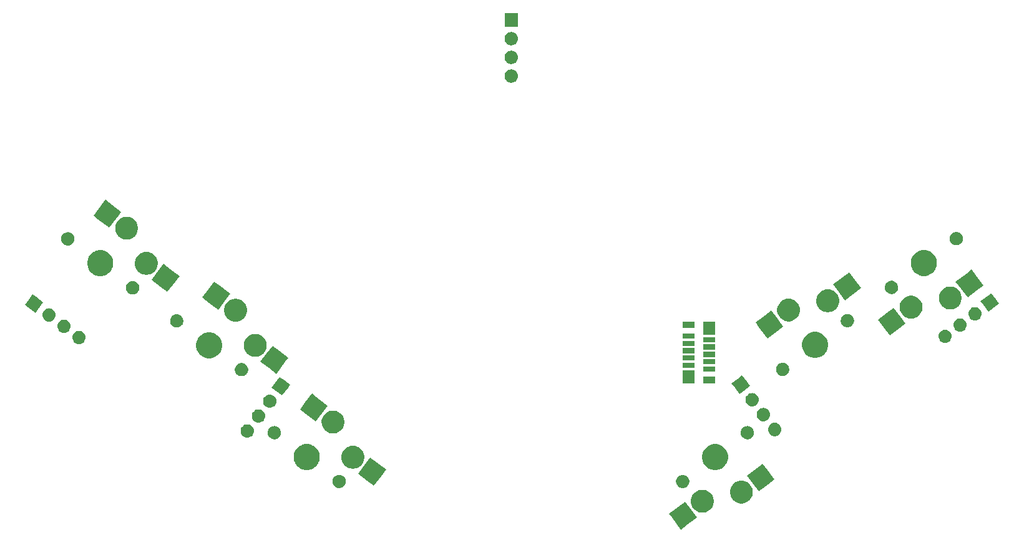
<source format=gbr>
G04 #@! TF.GenerationSoftware,KiCad,Pcbnew,(5.1.4)-1*
G04 #@! TF.CreationDate,2024-04-24T20:57:57-04:00*
G04 #@! TF.ProjectId,ThumbsUp,5468756d-6273-4557-902e-6b696361645f,rev?*
G04 #@! TF.SameCoordinates,Original*
G04 #@! TF.FileFunction,Soldermask,Bot*
G04 #@! TF.FilePolarity,Negative*
%FSLAX46Y46*%
G04 Gerber Fmt 4.6, Leading zero omitted, Abs format (unit mm)*
G04 Created by KiCad (PCBNEW (5.1.4)-1) date 2024-04-24 20:57:57*
%MOMM*%
%LPD*%
G04 APERTURE LIST*
%ADD10C,0.100000*%
G04 APERTURE END LIST*
D10*
G36*
X380212356Y-35558698D02*
G01*
X380990106Y-36590806D01*
X380990106Y-36590807D01*
X379759512Y-37518126D01*
X378832193Y-38216911D01*
X378832192Y-38216911D01*
X377606835Y-36590807D01*
X377206088Y-36058998D01*
X377206088Y-36058997D01*
X378436682Y-35131678D01*
X379364001Y-34432893D01*
X379364002Y-34432893D01*
X380212356Y-35558698D01*
X380212356Y-35558698D01*
G37*
G36*
X382016214Y-32832760D02*
G01*
X382166039Y-32862562D01*
X382448303Y-32979479D01*
X382702334Y-33149217D01*
X382918370Y-33365253D01*
X383088108Y-33619284D01*
X383205025Y-33901548D01*
X383264629Y-34201198D01*
X383264629Y-34506718D01*
X383205025Y-34806368D01*
X383088108Y-35088632D01*
X382918370Y-35342663D01*
X382702334Y-35558699D01*
X382448303Y-35728437D01*
X382166039Y-35845354D01*
X382016214Y-35875156D01*
X381866390Y-35904958D01*
X381560868Y-35904958D01*
X381411044Y-35875156D01*
X381261219Y-35845354D01*
X380978955Y-35728437D01*
X380724924Y-35558699D01*
X380508888Y-35342663D01*
X380339150Y-35088632D01*
X380222233Y-34806368D01*
X380162629Y-34506718D01*
X380162629Y-34201198D01*
X380222233Y-33901548D01*
X380339150Y-33619284D01*
X380508888Y-33365253D01*
X380724924Y-33149217D01*
X380978955Y-32979479D01*
X381261219Y-32862562D01*
X381411044Y-32832760D01*
X381560868Y-32802958D01*
X381866390Y-32802958D01*
X382016214Y-32832760D01*
X382016214Y-32832760D01*
G37*
G36*
X387333384Y-31580683D02*
G01*
X387483209Y-31610485D01*
X387765473Y-31727402D01*
X388019504Y-31897140D01*
X388235540Y-32113176D01*
X388405278Y-32367207D01*
X388522195Y-32649471D01*
X388581799Y-32949121D01*
X388581799Y-33254641D01*
X388522195Y-33554291D01*
X388405278Y-33836555D01*
X388235540Y-34090586D01*
X388019504Y-34306622D01*
X387765473Y-34476360D01*
X387483209Y-34593277D01*
X387333384Y-34623079D01*
X387183560Y-34652881D01*
X386878038Y-34652881D01*
X386728214Y-34623079D01*
X386578389Y-34593277D01*
X386296125Y-34476360D01*
X386042094Y-34306622D01*
X385826058Y-34090586D01*
X385656320Y-33836555D01*
X385539403Y-33554291D01*
X385479799Y-33254641D01*
X385479799Y-32949121D01*
X385539403Y-32649471D01*
X385656320Y-32367207D01*
X385826058Y-32113176D01*
X386042094Y-31897140D01*
X386296125Y-31727402D01*
X386578389Y-31610485D01*
X386728214Y-31580683D01*
X386878038Y-31550881D01*
X387183560Y-31550881D01*
X387333384Y-31580683D01*
X387333384Y-31580683D01*
G37*
G36*
X390572780Y-30115500D02*
G01*
X391538340Y-31396841D01*
X391538340Y-31396842D01*
X390622211Y-32087194D01*
X389380427Y-33022946D01*
X389380426Y-33022946D01*
X388271146Y-31550881D01*
X387754322Y-30865033D01*
X387754322Y-30865032D01*
X389474304Y-29568933D01*
X389912235Y-29238928D01*
X389912236Y-29238928D01*
X390572780Y-30115500D01*
X390572780Y-30115500D01*
G37*
G36*
X332618447Y-30775413D02*
G01*
X332705570Y-30792742D01*
X332814993Y-30838067D01*
X332869706Y-30860730D01*
X333016428Y-30958766D01*
X333017423Y-30959431D01*
X333143047Y-31085055D01*
X333143049Y-31085058D01*
X333241748Y-31232772D01*
X333241748Y-31232773D01*
X333309736Y-31396908D01*
X333344395Y-31571154D01*
X333344395Y-31748812D01*
X333309736Y-31923058D01*
X333264411Y-32032481D01*
X333241748Y-32087194D01*
X333148236Y-32227145D01*
X333143047Y-32234911D01*
X333017423Y-32360535D01*
X333017420Y-32360537D01*
X332869706Y-32459236D01*
X332814993Y-32481899D01*
X332705570Y-32527224D01*
X332618447Y-32544554D01*
X332531326Y-32561883D01*
X332353664Y-32561883D01*
X332266543Y-32544553D01*
X332179420Y-32527224D01*
X332069997Y-32481899D01*
X332015284Y-32459236D01*
X331867570Y-32360537D01*
X331867567Y-32360535D01*
X331741943Y-32234911D01*
X331736754Y-32227145D01*
X331643242Y-32087194D01*
X331620579Y-32032481D01*
X331575254Y-31923058D01*
X331540595Y-31748812D01*
X331540595Y-31571154D01*
X331575254Y-31396908D01*
X331643242Y-31232773D01*
X331643242Y-31232772D01*
X331741941Y-31085058D01*
X331741943Y-31085055D01*
X331867567Y-30959431D01*
X331868562Y-30958766D01*
X332015284Y-30860730D01*
X332069997Y-30838067D01*
X332179420Y-30792742D01*
X332266543Y-30775413D01*
X332353664Y-30758083D01*
X332531326Y-30758083D01*
X332618447Y-30775413D01*
X332618447Y-30775413D01*
G37*
G36*
X379233457Y-30775413D02*
G01*
X379320580Y-30792742D01*
X379430003Y-30838067D01*
X379484716Y-30860730D01*
X379631438Y-30958766D01*
X379632433Y-30959431D01*
X379758057Y-31085055D01*
X379758059Y-31085058D01*
X379856758Y-31232772D01*
X379856758Y-31232773D01*
X379924746Y-31396908D01*
X379959405Y-31571154D01*
X379959405Y-31748812D01*
X379924746Y-31923058D01*
X379879421Y-32032481D01*
X379856758Y-32087194D01*
X379763246Y-32227145D01*
X379758057Y-32234911D01*
X379632433Y-32360535D01*
X379632430Y-32360537D01*
X379484716Y-32459236D01*
X379430003Y-32481899D01*
X379320580Y-32527224D01*
X379233457Y-32544554D01*
X379146336Y-32561883D01*
X378968674Y-32561883D01*
X378881553Y-32544553D01*
X378794430Y-32527224D01*
X378685007Y-32481899D01*
X378630294Y-32459236D01*
X378482580Y-32360537D01*
X378482577Y-32360535D01*
X378356953Y-32234911D01*
X378351764Y-32227145D01*
X378258252Y-32087194D01*
X378235589Y-32032481D01*
X378190264Y-31923058D01*
X378155605Y-31748812D01*
X378155605Y-31571154D01*
X378190264Y-31396908D01*
X378258252Y-31232773D01*
X378258252Y-31232772D01*
X378356951Y-31085058D01*
X378356953Y-31085055D01*
X378482577Y-30959431D01*
X378483572Y-30958766D01*
X378630294Y-30860730D01*
X378685007Y-30838067D01*
X378794430Y-30792742D01*
X378881553Y-30775413D01*
X378968674Y-30758083D01*
X379146336Y-30758083D01*
X379233457Y-30775413D01*
X379233457Y-30775413D01*
G37*
G36*
X337576930Y-29141912D02*
G01*
X338807524Y-30069231D01*
X338807524Y-30069232D01*
X338136712Y-30959429D01*
X337181420Y-32227145D01*
X337181419Y-32227145D01*
X336254100Y-31528360D01*
X335023506Y-30601041D01*
X335023506Y-30601040D01*
X335871707Y-29475440D01*
X336649610Y-28443127D01*
X336649611Y-28443127D01*
X337576930Y-29141912D01*
X337576930Y-29141912D01*
G37*
G36*
X328564976Y-26652347D02*
G01*
X328886276Y-26785434D01*
X328886278Y-26785435D01*
X328927819Y-26813192D01*
X329175440Y-26978647D01*
X329421353Y-27224560D01*
X329614566Y-27513724D01*
X329747653Y-27835024D01*
X329815500Y-28176112D01*
X329815500Y-28523888D01*
X329747653Y-28864976D01*
X329650773Y-29098864D01*
X329614565Y-29186278D01*
X329421353Y-29475440D01*
X329175440Y-29721353D01*
X328886278Y-29914565D01*
X328886277Y-29914566D01*
X328886276Y-29914566D01*
X328564976Y-30047653D01*
X328223888Y-30115500D01*
X327876112Y-30115500D01*
X327535024Y-30047653D01*
X327213724Y-29914566D01*
X327213723Y-29914566D01*
X327213722Y-29914565D01*
X326924560Y-29721353D01*
X326678647Y-29475440D01*
X326485435Y-29186278D01*
X326449227Y-29098864D01*
X326352347Y-28864976D01*
X326284500Y-28523888D01*
X326284500Y-28176112D01*
X326352347Y-27835024D01*
X326485434Y-27513724D01*
X326678647Y-27224560D01*
X326924560Y-26978647D01*
X327172181Y-26813192D01*
X327213722Y-26785435D01*
X327213724Y-26785434D01*
X327535024Y-26652347D01*
X327876112Y-26584500D01*
X328223888Y-26584500D01*
X328564976Y-26652347D01*
X328564976Y-26652347D01*
G37*
G36*
X383964976Y-26652347D02*
G01*
X384286276Y-26785434D01*
X384286278Y-26785435D01*
X384327819Y-26813192D01*
X384575440Y-26978647D01*
X384821353Y-27224560D01*
X385014566Y-27513724D01*
X385147653Y-27835024D01*
X385215500Y-28176112D01*
X385215500Y-28523888D01*
X385147653Y-28864976D01*
X385050773Y-29098864D01*
X385014565Y-29186278D01*
X384821353Y-29475440D01*
X384575440Y-29721353D01*
X384286278Y-29914565D01*
X384286277Y-29914566D01*
X384286276Y-29914566D01*
X383964976Y-30047653D01*
X383623888Y-30115500D01*
X383276112Y-30115500D01*
X382935024Y-30047653D01*
X382613724Y-29914566D01*
X382613723Y-29914566D01*
X382613722Y-29914565D01*
X382324560Y-29721353D01*
X382078647Y-29475440D01*
X381885435Y-29186278D01*
X381849227Y-29098864D01*
X381752347Y-28864976D01*
X381684500Y-28523888D01*
X381684500Y-28176112D01*
X381752347Y-27835024D01*
X381885434Y-27513724D01*
X382078647Y-27224560D01*
X382324560Y-26978647D01*
X382572181Y-26813192D01*
X382613722Y-26785435D01*
X382613724Y-26785434D01*
X382935024Y-26652347D01*
X383276112Y-26584500D01*
X383623888Y-26584500D01*
X383964976Y-26652347D01*
X383964976Y-26652347D01*
G37*
G36*
X334602569Y-26842994D02*
G01*
X334752394Y-26872796D01*
X335034658Y-26989713D01*
X335288689Y-27159451D01*
X335504725Y-27375487D01*
X335674463Y-27629518D01*
X335791380Y-27911782D01*
X335791380Y-27911783D01*
X335850984Y-28211431D01*
X335850984Y-28516953D01*
X335821182Y-28666777D01*
X335791380Y-28816602D01*
X335674463Y-29098866D01*
X335504725Y-29352897D01*
X335288689Y-29568933D01*
X335034658Y-29738671D01*
X334752394Y-29855588D01*
X334602569Y-29885390D01*
X334452745Y-29915192D01*
X334147223Y-29915192D01*
X333997399Y-29885390D01*
X333847574Y-29855588D01*
X333565310Y-29738671D01*
X333311279Y-29568933D01*
X333095243Y-29352897D01*
X332925505Y-29098866D01*
X332808588Y-28816602D01*
X332778786Y-28666777D01*
X332748984Y-28516953D01*
X332748984Y-28211431D01*
X332808588Y-27911783D01*
X332808588Y-27911782D01*
X332925505Y-27629518D01*
X333095243Y-27375487D01*
X333311279Y-27159451D01*
X333565310Y-26989713D01*
X333847574Y-26872796D01*
X333997399Y-26842994D01*
X334147223Y-26813192D01*
X334452745Y-26813192D01*
X334602569Y-26842994D01*
X334602569Y-26842994D01*
G37*
G36*
X323833457Y-24155446D02*
G01*
X323920580Y-24172776D01*
X324030003Y-24218101D01*
X324084716Y-24240764D01*
X324186008Y-24308445D01*
X324232433Y-24339465D01*
X324358057Y-24465089D01*
X324358059Y-24465092D01*
X324456758Y-24612806D01*
X324479421Y-24667519D01*
X324524746Y-24776942D01*
X324559405Y-24951188D01*
X324559405Y-25128846D01*
X324524746Y-25303092D01*
X324479421Y-25412515D01*
X324456758Y-25467228D01*
X324358722Y-25613950D01*
X324358057Y-25614945D01*
X324232433Y-25740569D01*
X324232430Y-25740571D01*
X324084716Y-25839270D01*
X324030003Y-25861933D01*
X323920580Y-25907258D01*
X323833457Y-25924587D01*
X323746336Y-25941917D01*
X323568674Y-25941917D01*
X323481553Y-25924587D01*
X323394430Y-25907258D01*
X323285007Y-25861933D01*
X323230294Y-25839270D01*
X323082580Y-25740571D01*
X323082577Y-25740569D01*
X322956953Y-25614945D01*
X322956288Y-25613950D01*
X322858252Y-25467228D01*
X322835589Y-25412515D01*
X322790264Y-25303092D01*
X322755605Y-25128846D01*
X322755605Y-24951188D01*
X322790264Y-24776942D01*
X322835589Y-24667519D01*
X322858252Y-24612806D01*
X322956951Y-24465092D01*
X322956953Y-24465089D01*
X323082577Y-24339465D01*
X323129002Y-24308445D01*
X323230294Y-24240764D01*
X323285007Y-24218101D01*
X323394430Y-24172776D01*
X323481553Y-24155446D01*
X323568674Y-24138117D01*
X323746336Y-24138117D01*
X323833457Y-24155446D01*
X323833457Y-24155446D01*
G37*
G36*
X388018447Y-24155446D02*
G01*
X388105570Y-24172776D01*
X388214993Y-24218101D01*
X388269706Y-24240764D01*
X388370998Y-24308445D01*
X388417423Y-24339465D01*
X388543047Y-24465089D01*
X388543049Y-24465092D01*
X388641748Y-24612806D01*
X388664411Y-24667519D01*
X388709736Y-24776942D01*
X388744395Y-24951188D01*
X388744395Y-25128846D01*
X388709736Y-25303092D01*
X388664411Y-25412515D01*
X388641748Y-25467228D01*
X388543712Y-25613950D01*
X388543047Y-25614945D01*
X388417423Y-25740569D01*
X388417420Y-25740571D01*
X388269706Y-25839270D01*
X388214993Y-25861933D01*
X388105570Y-25907258D01*
X388018447Y-25924587D01*
X387931326Y-25941917D01*
X387753664Y-25941917D01*
X387666543Y-25924587D01*
X387579420Y-25907258D01*
X387469997Y-25861933D01*
X387415284Y-25839270D01*
X387267570Y-25740571D01*
X387267567Y-25740569D01*
X387141943Y-25614945D01*
X387141278Y-25613950D01*
X387043242Y-25467228D01*
X387020579Y-25412515D01*
X386975254Y-25303092D01*
X386940595Y-25128846D01*
X386940595Y-24951188D01*
X386975254Y-24776942D01*
X387020579Y-24667519D01*
X387043242Y-24612806D01*
X387141941Y-24465092D01*
X387141943Y-24465089D01*
X387267567Y-24339465D01*
X387313992Y-24308445D01*
X387415284Y-24240764D01*
X387469997Y-24218101D01*
X387579420Y-24172776D01*
X387666543Y-24155446D01*
X387753664Y-24138117D01*
X387931326Y-24138117D01*
X388018447Y-24155446D01*
X388018447Y-24155446D01*
G37*
G36*
X320094726Y-23916954D02*
G01*
X320160911Y-23923473D01*
X320330750Y-23974993D01*
X320487275Y-24058658D01*
X320523013Y-24087988D01*
X320624470Y-24171250D01*
X320702530Y-24266368D01*
X320737062Y-24308445D01*
X320820727Y-24464970D01*
X320872247Y-24634809D01*
X320889643Y-24811436D01*
X320872247Y-24988063D01*
X320820727Y-25157902D01*
X320737062Y-25314427D01*
X320707732Y-25350165D01*
X320624470Y-25451622D01*
X320548663Y-25513834D01*
X320487275Y-25564214D01*
X320330750Y-25647879D01*
X320160911Y-25699399D01*
X320094727Y-25705917D01*
X320028544Y-25712436D01*
X319940024Y-25712436D01*
X319873842Y-25705918D01*
X319807657Y-25699399D01*
X319637818Y-25647879D01*
X319481293Y-25564214D01*
X319419905Y-25513834D01*
X319344098Y-25451622D01*
X319260836Y-25350165D01*
X319231506Y-25314427D01*
X319147841Y-25157902D01*
X319096321Y-24988063D01*
X319078925Y-24811436D01*
X319096321Y-24634809D01*
X319147841Y-24464970D01*
X319231506Y-24308445D01*
X319266038Y-24266368D01*
X319344098Y-24171250D01*
X319445555Y-24087988D01*
X319481293Y-24058658D01*
X319637818Y-23974993D01*
X319807657Y-23923473D01*
X319873841Y-23916955D01*
X319940024Y-23910436D01*
X320028544Y-23910436D01*
X320094726Y-23916954D01*
X320094726Y-23916954D01*
G37*
G36*
X391654085Y-23718352D02*
G01*
X391720270Y-23724871D01*
X391890109Y-23776391D01*
X392046634Y-23860056D01*
X392082372Y-23889386D01*
X392183829Y-23972648D01*
X392267091Y-24074105D01*
X392296421Y-24109843D01*
X392380086Y-24266368D01*
X392431606Y-24436207D01*
X392449002Y-24612834D01*
X392431606Y-24789461D01*
X392380086Y-24959300D01*
X392296421Y-25115825D01*
X392285733Y-25128848D01*
X392183829Y-25253020D01*
X392109003Y-25314427D01*
X392046634Y-25365612D01*
X391890109Y-25449277D01*
X391720270Y-25500797D01*
X391654086Y-25507315D01*
X391587903Y-25513834D01*
X391499383Y-25513834D01*
X391433200Y-25507315D01*
X391367016Y-25500797D01*
X391197177Y-25449277D01*
X391040652Y-25365612D01*
X390978283Y-25314427D01*
X390903457Y-25253020D01*
X390801553Y-25128848D01*
X390790865Y-25115825D01*
X390707200Y-24959300D01*
X390655680Y-24789461D01*
X390638284Y-24612834D01*
X390655680Y-24436207D01*
X390707200Y-24266368D01*
X390790865Y-24109843D01*
X390820195Y-24074105D01*
X390903457Y-23972648D01*
X391004914Y-23889386D01*
X391040652Y-23860056D01*
X391197177Y-23776391D01*
X391367016Y-23724871D01*
X391433201Y-23718352D01*
X391499383Y-23711834D01*
X391587903Y-23711834D01*
X391654085Y-23718352D01*
X391654085Y-23718352D01*
G37*
G36*
X331933384Y-22076921D02*
G01*
X332083209Y-22106723D01*
X332365473Y-22223640D01*
X332619504Y-22393378D01*
X332835540Y-22609414D01*
X333005278Y-22863445D01*
X333122195Y-23145709D01*
X333122195Y-23145710D01*
X333181799Y-23445358D01*
X333181799Y-23750880D01*
X333176724Y-23776392D01*
X333122195Y-24050529D01*
X333005278Y-24332793D01*
X332835540Y-24586824D01*
X332619504Y-24802860D01*
X332365473Y-24972598D01*
X332083209Y-25089515D01*
X331950939Y-25115825D01*
X331783560Y-25149119D01*
X331478038Y-25149119D01*
X331310659Y-25115825D01*
X331178389Y-25089515D01*
X330896125Y-24972598D01*
X330642094Y-24802860D01*
X330426058Y-24586824D01*
X330256320Y-24332793D01*
X330139403Y-24050529D01*
X330084874Y-23776392D01*
X330079799Y-23750880D01*
X330079799Y-23445358D01*
X330139403Y-23145710D01*
X330139403Y-23145709D01*
X330256320Y-22863445D01*
X330426058Y-22609414D01*
X330642094Y-22393378D01*
X330896125Y-22223640D01*
X331178389Y-22106723D01*
X331328214Y-22076921D01*
X331478038Y-22047119D01*
X331783560Y-22047119D01*
X331933384Y-22076921D01*
X331933384Y-22076921D01*
G37*
G36*
X321623337Y-21888420D02*
G01*
X321689521Y-21894938D01*
X321859360Y-21946458D01*
X322015885Y-22030123D01*
X322051623Y-22059453D01*
X322153080Y-22142715D01*
X322231140Y-22237833D01*
X322265672Y-22279910D01*
X322349337Y-22436435D01*
X322400857Y-22606274D01*
X322418253Y-22782901D01*
X322400857Y-22959528D01*
X322349337Y-23129367D01*
X322265672Y-23285892D01*
X322236342Y-23321630D01*
X322153080Y-23423087D01*
X322077273Y-23485299D01*
X322015885Y-23535679D01*
X321859360Y-23619344D01*
X321689521Y-23670864D01*
X321623337Y-23677382D01*
X321557154Y-23683901D01*
X321468634Y-23683901D01*
X321402452Y-23677383D01*
X321336267Y-23670864D01*
X321166428Y-23619344D01*
X321009903Y-23535679D01*
X320948515Y-23485299D01*
X320872708Y-23423087D01*
X320789446Y-23321630D01*
X320760116Y-23285892D01*
X320676451Y-23129367D01*
X320624931Y-22959528D01*
X320607535Y-22782901D01*
X320624931Y-22606274D01*
X320676451Y-22436435D01*
X320760116Y-22279910D01*
X320794648Y-22237833D01*
X320872708Y-22142715D01*
X320974165Y-22059453D01*
X321009903Y-22030123D01*
X321166428Y-21946458D01*
X321336267Y-21894938D01*
X321402451Y-21888420D01*
X321468634Y-21881901D01*
X321557154Y-21881901D01*
X321623337Y-21888420D01*
X321623337Y-21888420D01*
G37*
G36*
X329378559Y-20209299D02*
G01*
X330907277Y-21361270D01*
X330907277Y-21361271D01*
X330390453Y-22047119D01*
X329281173Y-23519184D01*
X329281172Y-23519184D01*
X328274930Y-22760926D01*
X327123259Y-21893080D01*
X327123259Y-21893079D01*
X327869917Y-20902231D01*
X328749363Y-19735166D01*
X328749364Y-19735166D01*
X329378559Y-20209299D01*
X329378559Y-20209299D01*
G37*
G36*
X390125476Y-21689818D02*
G01*
X390191660Y-21696336D01*
X390361499Y-21747856D01*
X390518024Y-21831521D01*
X390553762Y-21860851D01*
X390655219Y-21944113D01*
X390738481Y-22045570D01*
X390767811Y-22081308D01*
X390851476Y-22237833D01*
X390902996Y-22407672D01*
X390920392Y-22584299D01*
X390902996Y-22760926D01*
X390851476Y-22930765D01*
X390767811Y-23087290D01*
X390738481Y-23123028D01*
X390655219Y-23224485D01*
X390580393Y-23285892D01*
X390518024Y-23337077D01*
X390361499Y-23420742D01*
X390191660Y-23472262D01*
X390125476Y-23478780D01*
X390059293Y-23485299D01*
X389970773Y-23485299D01*
X389904590Y-23478780D01*
X389838406Y-23472262D01*
X389668567Y-23420742D01*
X389512042Y-23337077D01*
X389449673Y-23285892D01*
X389374847Y-23224485D01*
X389291585Y-23123028D01*
X389262255Y-23087290D01*
X389178590Y-22930765D01*
X389127070Y-22760926D01*
X389109674Y-22584299D01*
X389127070Y-22407672D01*
X389178590Y-22237833D01*
X389262255Y-22081308D01*
X389291585Y-22045570D01*
X389374847Y-21944113D01*
X389476304Y-21860851D01*
X389512042Y-21831521D01*
X389668567Y-21747856D01*
X389838406Y-21696336D01*
X389904590Y-21689818D01*
X389970773Y-21683299D01*
X390059293Y-21683299D01*
X390125476Y-21689818D01*
X390125476Y-21689818D01*
G37*
G36*
X323151946Y-19859885D02*
G01*
X323218131Y-19866404D01*
X323387970Y-19917924D01*
X323544495Y-20001589D01*
X323580233Y-20030919D01*
X323681690Y-20114181D01*
X323759750Y-20209299D01*
X323794282Y-20251376D01*
X323877947Y-20407901D01*
X323929467Y-20577740D01*
X323946863Y-20754367D01*
X323929467Y-20930994D01*
X323877947Y-21100833D01*
X323794282Y-21257358D01*
X323764952Y-21293096D01*
X323681690Y-21394553D01*
X323605883Y-21456765D01*
X323544495Y-21507145D01*
X323387970Y-21590810D01*
X323218131Y-21642330D01*
X323151947Y-21648848D01*
X323085764Y-21655367D01*
X322997244Y-21655367D01*
X322931061Y-21648848D01*
X322864877Y-21642330D01*
X322695038Y-21590810D01*
X322538513Y-21507145D01*
X322477125Y-21456765D01*
X322401318Y-21394553D01*
X322318056Y-21293096D01*
X322288726Y-21257358D01*
X322205061Y-21100833D01*
X322153541Y-20930994D01*
X322136145Y-20754367D01*
X322153541Y-20577740D01*
X322205061Y-20407901D01*
X322288726Y-20251376D01*
X322323258Y-20209299D01*
X322401318Y-20114181D01*
X322502775Y-20030919D01*
X322538513Y-20001589D01*
X322695038Y-19917924D01*
X322864877Y-19866404D01*
X322931061Y-19859886D01*
X322997244Y-19853367D01*
X323085764Y-19853367D01*
X323151946Y-19859885D01*
X323151946Y-19859885D01*
G37*
G36*
X388596865Y-19661283D02*
G01*
X388663050Y-19667802D01*
X388832889Y-19719322D01*
X388989414Y-19802987D01*
X389025152Y-19832317D01*
X389126609Y-19915579D01*
X389209871Y-20017036D01*
X389239201Y-20052774D01*
X389322866Y-20209299D01*
X389374386Y-20379138D01*
X389391782Y-20555765D01*
X389374386Y-20732392D01*
X389322866Y-20902231D01*
X389239201Y-21058756D01*
X389209871Y-21094494D01*
X389126609Y-21195951D01*
X389051783Y-21257358D01*
X388989414Y-21308543D01*
X388989412Y-21308544D01*
X388890770Y-21361270D01*
X388832889Y-21392208D01*
X388663050Y-21443728D01*
X388596865Y-21450247D01*
X388530683Y-21456765D01*
X388442163Y-21456765D01*
X388375981Y-21450247D01*
X388309796Y-21443728D01*
X388139957Y-21392208D01*
X388082077Y-21361270D01*
X387983434Y-21308544D01*
X387983432Y-21308543D01*
X387921063Y-21257358D01*
X387846237Y-21195951D01*
X387762975Y-21094494D01*
X387733645Y-21058756D01*
X387649980Y-20902231D01*
X387598460Y-20732392D01*
X387581064Y-20555765D01*
X387598460Y-20379138D01*
X387649980Y-20209299D01*
X387733645Y-20052774D01*
X387762975Y-20017036D01*
X387846237Y-19915579D01*
X387947694Y-19832317D01*
X387983432Y-19802987D01*
X388139957Y-19719322D01*
X388309796Y-19667802D01*
X388375980Y-19661284D01*
X388442163Y-19654765D01*
X388530683Y-19654765D01*
X388596865Y-19661283D01*
X388596865Y-19661283D01*
G37*
G36*
X325011220Y-17930056D02*
G01*
X325831920Y-18548497D01*
X325831920Y-18548498D01*
X325564657Y-18903168D01*
X324747450Y-19987639D01*
X324747449Y-19987639D01*
X324129008Y-19521610D01*
X323308308Y-18903169D01*
X323308308Y-18903168D01*
X323774337Y-18284727D01*
X324392778Y-17464027D01*
X324392779Y-17464027D01*
X325011220Y-17930056D01*
X325011220Y-17930056D01*
G37*
G36*
X387753590Y-18086125D02*
G01*
X388219619Y-18704566D01*
X388219619Y-18704567D01*
X387398919Y-19323008D01*
X386780478Y-19789037D01*
X386780477Y-19789037D01*
X385963270Y-18704566D01*
X385696007Y-18349896D01*
X385696007Y-18349895D01*
X386516707Y-17731454D01*
X387135148Y-17265425D01*
X387135149Y-17265425D01*
X387753590Y-18086125D01*
X387753590Y-18086125D01*
G37*
G36*
X383451000Y-18351000D02*
G01*
X381849000Y-18351000D01*
X381849000Y-17449000D01*
X383451000Y-17449000D01*
X383451000Y-18351000D01*
X383451000Y-18351000D01*
G37*
G36*
X380651000Y-18351000D02*
G01*
X379049000Y-18351000D01*
X379049000Y-16549000D01*
X380651000Y-16549000D01*
X380651000Y-18351000D01*
X380651000Y-18351000D01*
G37*
G36*
X319375711Y-15586652D02*
G01*
X319462834Y-15603982D01*
X319548264Y-15639369D01*
X319626970Y-15671970D01*
X319725893Y-15738068D01*
X319774687Y-15770671D01*
X319900311Y-15896295D01*
X319900313Y-15896298D01*
X319999012Y-16044012D01*
X319999012Y-16044013D01*
X320067000Y-16208148D01*
X320084329Y-16295271D01*
X320095175Y-16349793D01*
X320101659Y-16382394D01*
X320101659Y-16560052D01*
X320067000Y-16734298D01*
X320021675Y-16843721D01*
X319999012Y-16898434D01*
X319922096Y-17013547D01*
X319900311Y-17046151D01*
X319774687Y-17171775D01*
X319774684Y-17171777D01*
X319626970Y-17270476D01*
X319572257Y-17293139D01*
X319462834Y-17338464D01*
X319375711Y-17355793D01*
X319288590Y-17373123D01*
X319110928Y-17373123D01*
X319023807Y-17355793D01*
X318936684Y-17338464D01*
X318827261Y-17293139D01*
X318772548Y-17270476D01*
X318624834Y-17171777D01*
X318624831Y-17171775D01*
X318499207Y-17046151D01*
X318477422Y-17013547D01*
X318400506Y-16898434D01*
X318377843Y-16843721D01*
X318332518Y-16734298D01*
X318297859Y-16560052D01*
X318297859Y-16382394D01*
X318304344Y-16349793D01*
X318315189Y-16295271D01*
X318332518Y-16208148D01*
X318400506Y-16044013D01*
X318400506Y-16044012D01*
X318499205Y-15896298D01*
X318499207Y-15896295D01*
X318624831Y-15770671D01*
X318673625Y-15738068D01*
X318772548Y-15671970D01*
X318851254Y-15639369D01*
X318936684Y-15603982D01*
X319023807Y-15586652D01*
X319110928Y-15569323D01*
X319288590Y-15569323D01*
X319375711Y-15586652D01*
X319375711Y-15586652D01*
G37*
G36*
X392773092Y-15549000D02*
G01*
X392885611Y-15571381D01*
X392995034Y-15616706D01*
X393049747Y-15639369D01*
X393196469Y-15737405D01*
X393197464Y-15738070D01*
X393323088Y-15863694D01*
X393323090Y-15863697D01*
X393421789Y-16011411D01*
X393421789Y-16011412D01*
X393489777Y-16175547D01*
X393496262Y-16208150D01*
X393524436Y-16349791D01*
X393524436Y-16527453D01*
X393517951Y-16560054D01*
X393489777Y-16701697D01*
X393444452Y-16811120D01*
X393421789Y-16865833D01*
X393323753Y-17012555D01*
X393323088Y-17013550D01*
X393197464Y-17139174D01*
X393197461Y-17139176D01*
X393049747Y-17237875D01*
X393018060Y-17251000D01*
X392885611Y-17305863D01*
X392798488Y-17323193D01*
X392711367Y-17340522D01*
X392533705Y-17340522D01*
X392446584Y-17323193D01*
X392359461Y-17305863D01*
X392227012Y-17251000D01*
X392195325Y-17237875D01*
X392047611Y-17139176D01*
X392047608Y-17139174D01*
X391921984Y-17013550D01*
X391921319Y-17012555D01*
X391823283Y-16865833D01*
X391800620Y-16811120D01*
X391755295Y-16701697D01*
X391727121Y-16560054D01*
X391720636Y-16527453D01*
X391720636Y-16349791D01*
X391748810Y-16208150D01*
X391755295Y-16175547D01*
X391823283Y-16011412D01*
X391823283Y-16011411D01*
X391921982Y-15863697D01*
X391921984Y-15863694D01*
X392047608Y-15738070D01*
X392048603Y-15737405D01*
X392195325Y-15639369D01*
X392250038Y-15616706D01*
X392359461Y-15571381D01*
X392471980Y-15549000D01*
X392533705Y-15536722D01*
X392711367Y-15536722D01*
X392773092Y-15549000D01*
X392773092Y-15549000D01*
G37*
G36*
X324334194Y-13953152D02*
G01*
X325564788Y-14880471D01*
X325564788Y-14880472D01*
X325164041Y-15412281D01*
X323938684Y-17038385D01*
X323938683Y-17038385D01*
X322893788Y-16251000D01*
X321780770Y-15412281D01*
X321780770Y-15412280D01*
X322628971Y-14286680D01*
X323406874Y-13254367D01*
X323406875Y-13254367D01*
X324334194Y-13953152D01*
X324334194Y-13953152D01*
G37*
G36*
X383451000Y-16751000D02*
G01*
X381849000Y-16751000D01*
X381849000Y-16049000D01*
X383451000Y-16049000D01*
X383451000Y-16751000D01*
X383451000Y-16751000D01*
G37*
G36*
X380651000Y-16251000D02*
G01*
X379049000Y-16251000D01*
X379049000Y-15549000D01*
X380651000Y-15549000D01*
X380651000Y-16251000D01*
X380651000Y-16251000D01*
G37*
G36*
X383451000Y-15751000D02*
G01*
X381849000Y-15751000D01*
X381849000Y-15049000D01*
X383451000Y-15049000D01*
X383451000Y-15751000D01*
X383451000Y-15751000D01*
G37*
G36*
X380651000Y-15251000D02*
G01*
X379049000Y-15251000D01*
X379049000Y-14549000D01*
X380651000Y-14549000D01*
X380651000Y-15251000D01*
X380651000Y-15251000D01*
G37*
G36*
X315322240Y-11463587D02*
G01*
X315643540Y-11596674D01*
X315643542Y-11596675D01*
X315932704Y-11789887D01*
X316178617Y-12035800D01*
X316351391Y-12294374D01*
X316371830Y-12324964D01*
X316504917Y-12646264D01*
X316572764Y-12987352D01*
X316572764Y-13335128D01*
X316504917Y-13676216D01*
X316473940Y-13751000D01*
X316371829Y-13997518D01*
X316178617Y-14286680D01*
X315932704Y-14532593D01*
X315643542Y-14725805D01*
X315643541Y-14725806D01*
X315643540Y-14725806D01*
X315322240Y-14858893D01*
X314981152Y-14926740D01*
X314633376Y-14926740D01*
X314292288Y-14858893D01*
X313970988Y-14725806D01*
X313970987Y-14725806D01*
X313970986Y-14725805D01*
X313681824Y-14532593D01*
X313435911Y-14286680D01*
X313242699Y-13997518D01*
X313140588Y-13751000D01*
X313109611Y-13676216D01*
X313041764Y-13335128D01*
X313041764Y-12987352D01*
X313109611Y-12646264D01*
X313242698Y-12324964D01*
X313263138Y-12294374D01*
X313435911Y-12035800D01*
X313681824Y-11789887D01*
X313970986Y-11596675D01*
X313970988Y-11596674D01*
X314292288Y-11463587D01*
X314633376Y-11395740D01*
X314981152Y-11395740D01*
X315322240Y-11463587D01*
X315322240Y-11463587D01*
G37*
G36*
X397530007Y-11430986D02*
G01*
X397851307Y-11564073D01*
X397851309Y-11564074D01*
X398140471Y-11757286D01*
X398386384Y-12003199D01*
X398509014Y-12186727D01*
X398579597Y-12292363D01*
X398712684Y-12613663D01*
X398780531Y-12954751D01*
X398780531Y-13302527D01*
X398712684Y-13643615D01*
X398579597Y-13964915D01*
X398579596Y-13964917D01*
X398386384Y-14254079D01*
X398140471Y-14499992D01*
X397851309Y-14693204D01*
X397851308Y-14693205D01*
X397851307Y-14693205D01*
X397530007Y-14826292D01*
X397188919Y-14894139D01*
X396841143Y-14894139D01*
X396500055Y-14826292D01*
X396178755Y-14693205D01*
X396178754Y-14693205D01*
X396178753Y-14693204D01*
X395889591Y-14499992D01*
X395643678Y-14254079D01*
X395450466Y-13964917D01*
X395450465Y-13964915D01*
X395317378Y-13643615D01*
X395249531Y-13302527D01*
X395249531Y-12954751D01*
X395317378Y-12613663D01*
X395450465Y-12292363D01*
X395521049Y-12186727D01*
X395643678Y-12003199D01*
X395889591Y-11757286D01*
X396178753Y-11564074D01*
X396178755Y-11564073D01*
X396500055Y-11430986D01*
X396841143Y-11363139D01*
X397188919Y-11363139D01*
X397530007Y-11430986D01*
X397530007Y-11430986D01*
G37*
G36*
X383451000Y-14751000D02*
G01*
X381849000Y-14751000D01*
X381849000Y-14049000D01*
X383451000Y-14049000D01*
X383451000Y-14751000D01*
X383451000Y-14751000D01*
G37*
G36*
X321359833Y-11654234D02*
G01*
X321509658Y-11684036D01*
X321791922Y-11800953D01*
X322045953Y-11970691D01*
X322261989Y-12186727D01*
X322431727Y-12440758D01*
X322548644Y-12723022D01*
X322548644Y-12723023D01*
X322608248Y-13022671D01*
X322608248Y-13328193D01*
X322578446Y-13478017D01*
X322548644Y-13627842D01*
X322431727Y-13910106D01*
X322261989Y-14164137D01*
X322045953Y-14380173D01*
X321791922Y-14549911D01*
X321509658Y-14666828D01*
X321377057Y-14693204D01*
X321210009Y-14726432D01*
X320904487Y-14726432D01*
X320737439Y-14693204D01*
X320604838Y-14666828D01*
X320322574Y-14549911D01*
X320068543Y-14380173D01*
X319852507Y-14164137D01*
X319682769Y-13910106D01*
X319565852Y-13627842D01*
X319536050Y-13478017D01*
X319506248Y-13328193D01*
X319506248Y-13022671D01*
X319565852Y-12723023D01*
X319565852Y-12723022D01*
X319682769Y-12440758D01*
X319852507Y-12186727D01*
X320068543Y-11970691D01*
X320322574Y-11800953D01*
X320604838Y-11684036D01*
X320754663Y-11654234D01*
X320904487Y-11624432D01*
X321210009Y-11624432D01*
X321359833Y-11654234D01*
X321359833Y-11654234D01*
G37*
G36*
X380651000Y-14251000D02*
G01*
X379049000Y-14251000D01*
X379049000Y-13549000D01*
X380651000Y-13549000D01*
X380651000Y-14251000D01*
X380651000Y-14251000D01*
G37*
G36*
X383451000Y-13751000D02*
G01*
X381849000Y-13751000D01*
X381849000Y-13049000D01*
X383451000Y-13049000D01*
X383451000Y-13751000D01*
X383451000Y-13751000D01*
G37*
G36*
X380651000Y-13251000D02*
G01*
X379049000Y-13251000D01*
X379049000Y-12549000D01*
X380651000Y-12549000D01*
X380651000Y-13251000D01*
X380651000Y-13251000D01*
G37*
G36*
X297253061Y-11207030D02*
G01*
X297319245Y-11213548D01*
X297489084Y-11265068D01*
X297645609Y-11348733D01*
X297681347Y-11378063D01*
X297782804Y-11461325D01*
X297854756Y-11549000D01*
X297895396Y-11598520D01*
X297979061Y-11755045D01*
X298030581Y-11924884D01*
X298047977Y-12101511D01*
X298030581Y-12278138D01*
X297979061Y-12447977D01*
X297895396Y-12604502D01*
X297866066Y-12640240D01*
X297782804Y-12741697D01*
X297681347Y-12824959D01*
X297645609Y-12854289D01*
X297489084Y-12937954D01*
X297319245Y-12989474D01*
X297253061Y-12995992D01*
X297186878Y-13002511D01*
X297098358Y-13002511D01*
X297032175Y-12995992D01*
X296965991Y-12989474D01*
X296796152Y-12937954D01*
X296639627Y-12854289D01*
X296603889Y-12824959D01*
X296502432Y-12741697D01*
X296419170Y-12640240D01*
X296389840Y-12604502D01*
X296306175Y-12447977D01*
X296254655Y-12278138D01*
X296237259Y-12101511D01*
X296254655Y-11924884D01*
X296306175Y-11755045D01*
X296389840Y-11598520D01*
X296430480Y-11549000D01*
X296502432Y-11461325D01*
X296603889Y-11378063D01*
X296639627Y-11348733D01*
X296796152Y-11265068D01*
X296965991Y-11213548D01*
X297032175Y-11207030D01*
X297098358Y-11200511D01*
X297186878Y-11200511D01*
X297253061Y-11207030D01*
X297253061Y-11207030D01*
G37*
G36*
X414775584Y-11053425D02*
G01*
X414841768Y-11059943D01*
X415011607Y-11111463D01*
X415168132Y-11195128D01*
X415203870Y-11224458D01*
X415305327Y-11307720D01*
X415377562Y-11395740D01*
X415417919Y-11444915D01*
X415501584Y-11601440D01*
X415553104Y-11771279D01*
X415570500Y-11947906D01*
X415553104Y-12124533D01*
X415501584Y-12294372D01*
X415417919Y-12450897D01*
X415388589Y-12486635D01*
X415305327Y-12588092D01*
X415203870Y-12671354D01*
X415168132Y-12700684D01*
X415011607Y-12784349D01*
X414841768Y-12835869D01*
X414775583Y-12842388D01*
X414709401Y-12848906D01*
X414620881Y-12848906D01*
X414554699Y-12842388D01*
X414488514Y-12835869D01*
X414318675Y-12784349D01*
X414162150Y-12700684D01*
X414126412Y-12671354D01*
X414024955Y-12588092D01*
X413941693Y-12486635D01*
X413912363Y-12450897D01*
X413828698Y-12294372D01*
X413777178Y-12124533D01*
X413759782Y-11947906D01*
X413777178Y-11771279D01*
X413828698Y-11601440D01*
X413912363Y-11444915D01*
X413952720Y-11395740D01*
X414024955Y-11307720D01*
X414126412Y-11224458D01*
X414162150Y-11195128D01*
X414318675Y-11111463D01*
X414488514Y-11059943D01*
X414554698Y-11053425D01*
X414620881Y-11046906D01*
X414709401Y-11046906D01*
X414775584Y-11053425D01*
X414775584Y-11053425D01*
G37*
G36*
X383451000Y-12751000D02*
G01*
X381849000Y-12751000D01*
X381849000Y-12049000D01*
X383451000Y-12049000D01*
X383451000Y-12751000D01*
X383451000Y-12751000D01*
G37*
G36*
X380651000Y-12251000D02*
G01*
X379049000Y-12251000D01*
X379049000Y-11549000D01*
X380651000Y-11549000D01*
X380651000Y-12251000D01*
X380651000Y-12251000D01*
G37*
G36*
X391933981Y-9582854D02*
G01*
X392710709Y-10613606D01*
X392710709Y-10613607D01*
X391569060Y-11473901D01*
X390552796Y-12239711D01*
X390552795Y-12239711D01*
X389429862Y-10749528D01*
X388926691Y-10081798D01*
X388926691Y-10081797D01*
X390205558Y-9118102D01*
X391084604Y-8455693D01*
X391084605Y-8455693D01*
X391933981Y-9582854D01*
X391933981Y-9582854D01*
G37*
G36*
X408606830Y-9276329D02*
G01*
X409329894Y-10235867D01*
X409329894Y-10235868D01*
X408215144Y-11075892D01*
X407171981Y-11861972D01*
X407171980Y-11861972D01*
X406065471Y-10393584D01*
X405545876Y-9704059D01*
X405545876Y-9704058D01*
X406776470Y-8776739D01*
X407703789Y-8077954D01*
X407703790Y-8077954D01*
X408606830Y-9276329D01*
X408606830Y-9276329D01*
G37*
G36*
X383451000Y-11751000D02*
G01*
X381849000Y-11751000D01*
X381849000Y-9949000D01*
X383451000Y-9949000D01*
X383451000Y-11751000D01*
X383451000Y-11751000D01*
G37*
G36*
X295224526Y-9678420D02*
G01*
X295290710Y-9684938D01*
X295460549Y-9736458D01*
X295617074Y-9820123D01*
X295652812Y-9849453D01*
X295754269Y-9932715D01*
X295837531Y-10034172D01*
X295866861Y-10069910D01*
X295950526Y-10226435D01*
X296002046Y-10396274D01*
X296019442Y-10572901D01*
X296002046Y-10749528D01*
X295950526Y-10919367D01*
X295866861Y-11075892D01*
X295837668Y-11111463D01*
X295754269Y-11213087D01*
X295652812Y-11296349D01*
X295617074Y-11325679D01*
X295460549Y-11409344D01*
X295290710Y-11460864D01*
X295224525Y-11467383D01*
X295158343Y-11473901D01*
X295069823Y-11473901D01*
X295003641Y-11467383D01*
X294937456Y-11460864D01*
X294767617Y-11409344D01*
X294611092Y-11325679D01*
X294575354Y-11296349D01*
X294473897Y-11213087D01*
X294390498Y-11111463D01*
X294361305Y-11075892D01*
X294277640Y-10919367D01*
X294226120Y-10749528D01*
X294208724Y-10572901D01*
X294226120Y-10396274D01*
X294277640Y-10226435D01*
X294361305Y-10069910D01*
X294390635Y-10034172D01*
X294473897Y-9932715D01*
X294575354Y-9849453D01*
X294611092Y-9820123D01*
X294767617Y-9736458D01*
X294937456Y-9684938D01*
X295003640Y-9678420D01*
X295069823Y-9671901D01*
X295158343Y-9671901D01*
X295224526Y-9678420D01*
X295224526Y-9678420D01*
G37*
G36*
X416804118Y-9524814D02*
G01*
X416870303Y-9531333D01*
X417040142Y-9582853D01*
X417196667Y-9666518D01*
X417232405Y-9695848D01*
X417333862Y-9779110D01*
X417406937Y-9868154D01*
X417446454Y-9916305D01*
X417530119Y-10072830D01*
X417581639Y-10242669D01*
X417599035Y-10419296D01*
X417581639Y-10595923D01*
X417530119Y-10765762D01*
X417446454Y-10922287D01*
X417417124Y-10958025D01*
X417333862Y-11059482D01*
X417232405Y-11142744D01*
X417196667Y-11172074D01*
X417040142Y-11255739D01*
X416870303Y-11307259D01*
X416804118Y-11313778D01*
X416737936Y-11320296D01*
X416649416Y-11320296D01*
X416583234Y-11313778D01*
X416517049Y-11307259D01*
X416347210Y-11255739D01*
X416190685Y-11172074D01*
X416154947Y-11142744D01*
X416053490Y-11059482D01*
X415970228Y-10958025D01*
X415940898Y-10922287D01*
X415857233Y-10765762D01*
X415805713Y-10595923D01*
X415788317Y-10419296D01*
X415805713Y-10242669D01*
X415857233Y-10072830D01*
X415940898Y-9916305D01*
X415980415Y-9868154D01*
X416053490Y-9779110D01*
X416154947Y-9695848D01*
X416190685Y-9666518D01*
X416347210Y-9582853D01*
X416517049Y-9531333D01*
X416583234Y-9524814D01*
X416649416Y-9518296D01*
X416737936Y-9518296D01*
X416804118Y-9524814D01*
X416804118Y-9524814D01*
G37*
G36*
X380651000Y-10851000D02*
G01*
X379049000Y-10851000D01*
X379049000Y-9949000D01*
X380651000Y-9949000D01*
X380651000Y-10851000D01*
X380651000Y-10851000D01*
G37*
G36*
X310590721Y-8966686D02*
G01*
X310677844Y-8984016D01*
X310763274Y-9019403D01*
X310841980Y-9052004D01*
X310940903Y-9118102D01*
X310989697Y-9150705D01*
X311115321Y-9276329D01*
X311115323Y-9276332D01*
X311214022Y-9424046D01*
X311214022Y-9424047D01*
X311282010Y-9588182D01*
X311282010Y-9588184D01*
X311311504Y-9736458D01*
X311316669Y-9762428D01*
X311316669Y-9940086D01*
X311282010Y-10114332D01*
X311236685Y-10223755D01*
X311214022Y-10278468D01*
X311137106Y-10393581D01*
X311115321Y-10426185D01*
X310989697Y-10551809D01*
X310989694Y-10551811D01*
X310841980Y-10650510D01*
X310787267Y-10673173D01*
X310677844Y-10718498D01*
X310590721Y-10735828D01*
X310503600Y-10753157D01*
X310325938Y-10753157D01*
X310238817Y-10735828D01*
X310151694Y-10718498D01*
X310042271Y-10673173D01*
X309987558Y-10650510D01*
X309839844Y-10551811D01*
X309839841Y-10551809D01*
X309714217Y-10426185D01*
X309692432Y-10393581D01*
X309615516Y-10278468D01*
X309592853Y-10223755D01*
X309547528Y-10114332D01*
X309512869Y-9940086D01*
X309512869Y-9762428D01*
X309518035Y-9736458D01*
X309547528Y-9588184D01*
X309547528Y-9588182D01*
X309615516Y-9424047D01*
X309615516Y-9424046D01*
X309714215Y-9276332D01*
X309714217Y-9276329D01*
X309839841Y-9150705D01*
X309888635Y-9118102D01*
X309987558Y-9052004D01*
X310066264Y-9019403D01*
X310151694Y-8984016D01*
X310238817Y-8966686D01*
X310325938Y-8949357D01*
X310503600Y-8949357D01*
X310590721Y-8966686D01*
X310590721Y-8966686D01*
G37*
G36*
X401583478Y-8934086D02*
G01*
X401670601Y-8951415D01*
X401758255Y-8987723D01*
X401834737Y-9019403D01*
X401972466Y-9111430D01*
X401982454Y-9118104D01*
X402108078Y-9243728D01*
X402108080Y-9243731D01*
X402206779Y-9391445D01*
X402220283Y-9424046D01*
X402274767Y-9555581D01*
X402281252Y-9588184D01*
X402309426Y-9729825D01*
X402309426Y-9907487D01*
X402298909Y-9960359D01*
X402274767Y-10081731D01*
X402229442Y-10191154D01*
X402206779Y-10245867D01*
X402108743Y-10392589D01*
X402108078Y-10393584D01*
X401982454Y-10519208D01*
X401982451Y-10519210D01*
X401834737Y-10617909D01*
X401780024Y-10640572D01*
X401670601Y-10685897D01*
X401583478Y-10703227D01*
X401496357Y-10720556D01*
X401318695Y-10720556D01*
X401231574Y-10703227D01*
X401144451Y-10685897D01*
X401035028Y-10640572D01*
X400980315Y-10617909D01*
X400832601Y-10519210D01*
X400832598Y-10519208D01*
X400706974Y-10393584D01*
X400706309Y-10392589D01*
X400608273Y-10245867D01*
X400585610Y-10191154D01*
X400540285Y-10081731D01*
X400516143Y-9960359D01*
X400505626Y-9907487D01*
X400505626Y-9729825D01*
X400533800Y-9588184D01*
X400540285Y-9555581D01*
X400594769Y-9424046D01*
X400608273Y-9391445D01*
X400706972Y-9243731D01*
X400706974Y-9243728D01*
X400832598Y-9118104D01*
X400842586Y-9111430D01*
X400980315Y-9019403D01*
X401056797Y-8987723D01*
X401144451Y-8951415D01*
X401231574Y-8934086D01*
X401318695Y-8916756D01*
X401496357Y-8916756D01*
X401583478Y-8934086D01*
X401583478Y-8934086D01*
G37*
G36*
X318690648Y-6888161D02*
G01*
X318840473Y-6917963D01*
X319122737Y-7034880D01*
X319376768Y-7204618D01*
X319592804Y-7420654D01*
X319762542Y-7674685D01*
X319879459Y-7956949D01*
X319939063Y-8256599D01*
X319939063Y-8562119D01*
X319879459Y-8861769D01*
X319762542Y-9144033D01*
X319592804Y-9398064D01*
X319376768Y-9614100D01*
X319122737Y-9783838D01*
X318840473Y-9900755D01*
X318690648Y-9930557D01*
X318540824Y-9960359D01*
X318235302Y-9960359D01*
X318085478Y-9930557D01*
X317935653Y-9900755D01*
X317653389Y-9783838D01*
X317399358Y-9614100D01*
X317183322Y-9398064D01*
X317013584Y-9144033D01*
X316896667Y-8861769D01*
X316837063Y-8562119D01*
X316837063Y-8256599D01*
X316896667Y-7956949D01*
X317013584Y-7674685D01*
X317183322Y-7420654D01*
X317399358Y-7204618D01*
X317653389Y-7034880D01*
X317935653Y-6917963D01*
X318085478Y-6888161D01*
X318235302Y-6858359D01*
X318540824Y-6858359D01*
X318690648Y-6888161D01*
X318690648Y-6888161D01*
G37*
G36*
X293195992Y-8149810D02*
G01*
X293262176Y-8156328D01*
X293432015Y-8207848D01*
X293432017Y-8207849D01*
X293462229Y-8223998D01*
X293588540Y-8291513D01*
X293624278Y-8320843D01*
X293725735Y-8404105D01*
X293803743Y-8499160D01*
X293838327Y-8541300D01*
X293921992Y-8697825D01*
X293973512Y-8867664D01*
X293990908Y-9044291D01*
X293973512Y-9220918D01*
X293921992Y-9390757D01*
X293838327Y-9547282D01*
X293831516Y-9555581D01*
X293725735Y-9684477D01*
X293644386Y-9751237D01*
X293588540Y-9797069D01*
X293432015Y-9880734D01*
X293262176Y-9932254D01*
X293195992Y-9938772D01*
X293129809Y-9945291D01*
X293041289Y-9945291D01*
X292975106Y-9938772D01*
X292908922Y-9932254D01*
X292739083Y-9880734D01*
X292582558Y-9797069D01*
X292526712Y-9751237D01*
X292445363Y-9684477D01*
X292339582Y-9555581D01*
X292332771Y-9547282D01*
X292249106Y-9390757D01*
X292197586Y-9220918D01*
X292180190Y-9044291D01*
X292197586Y-8867664D01*
X292249106Y-8697825D01*
X292332771Y-8541300D01*
X292367355Y-8499160D01*
X292445363Y-8404105D01*
X292546820Y-8320843D01*
X292582558Y-8291513D01*
X292708869Y-8223998D01*
X292739081Y-8207849D01*
X292739083Y-8207848D01*
X292908922Y-8156328D01*
X292975106Y-8149810D01*
X293041289Y-8143291D01*
X293129809Y-8143291D01*
X293195992Y-8149810D01*
X293195992Y-8149810D01*
G37*
G36*
X393736817Y-6855560D02*
G01*
X393886642Y-6885362D01*
X394168906Y-7002279D01*
X394422937Y-7172017D01*
X394638973Y-7388053D01*
X394808711Y-7642084D01*
X394925628Y-7924348D01*
X394941218Y-8002723D01*
X394985232Y-8223997D01*
X394985232Y-8529519D01*
X394982888Y-8541302D01*
X394925628Y-8829168D01*
X394808711Y-9111432D01*
X394638973Y-9365463D01*
X394422937Y-9581499D01*
X394168906Y-9751237D01*
X393886642Y-9868154D01*
X393736817Y-9897956D01*
X393586993Y-9927758D01*
X393281471Y-9927758D01*
X393131647Y-9897956D01*
X392981822Y-9868154D01*
X392699558Y-9751237D01*
X392445527Y-9581499D01*
X392229491Y-9365463D01*
X392059753Y-9111432D01*
X391942836Y-8829168D01*
X391885576Y-8541302D01*
X391883232Y-8529519D01*
X391883232Y-8223997D01*
X391927246Y-8002723D01*
X391942836Y-7924348D01*
X392059753Y-7642084D01*
X392229491Y-7388053D01*
X392445527Y-7172017D01*
X392699558Y-7002279D01*
X392981822Y-6885362D01*
X393131647Y-6855560D01*
X393281471Y-6825758D01*
X393586993Y-6825758D01*
X393736817Y-6855560D01*
X393736817Y-6855560D01*
G37*
G36*
X418832653Y-7996205D02*
G01*
X418898837Y-8002723D01*
X419068676Y-8054243D01*
X419225201Y-8137908D01*
X419260939Y-8167238D01*
X419362396Y-8250500D01*
X419427987Y-8330424D01*
X419474988Y-8387695D01*
X419558653Y-8544220D01*
X419610173Y-8714059D01*
X419627569Y-8890686D01*
X419610173Y-9067313D01*
X419558653Y-9237152D01*
X419474988Y-9393677D01*
X419450065Y-9424046D01*
X419362396Y-9530872D01*
X419260982Y-9614099D01*
X419225201Y-9643464D01*
X419148474Y-9684476D01*
X419111839Y-9704058D01*
X419068676Y-9727129D01*
X418898837Y-9778649D01*
X418846151Y-9783838D01*
X418766470Y-9791686D01*
X418677950Y-9791686D01*
X418598269Y-9783838D01*
X418545583Y-9778649D01*
X418375744Y-9727129D01*
X418332582Y-9704058D01*
X418295946Y-9684476D01*
X418219219Y-9643464D01*
X418183438Y-9614099D01*
X418082024Y-9530872D01*
X417994355Y-9424046D01*
X417969432Y-9393677D01*
X417885767Y-9237152D01*
X417834247Y-9067313D01*
X417816851Y-8890686D01*
X417834247Y-8714059D01*
X417885767Y-8544220D01*
X417969432Y-8387695D01*
X418016433Y-8330424D01*
X418082024Y-8250500D01*
X418183481Y-8167238D01*
X418219219Y-8137908D01*
X418375744Y-8054243D01*
X418545583Y-8002723D01*
X418611767Y-7996205D01*
X418677950Y-7989686D01*
X418766470Y-7989686D01*
X418832653Y-7996205D01*
X418832653Y-7996205D01*
G37*
G36*
X410356002Y-6477821D02*
G01*
X410505827Y-6507623D01*
X410788091Y-6624540D01*
X411042122Y-6794278D01*
X411258158Y-7010314D01*
X411427896Y-7264345D01*
X411544813Y-7546609D01*
X411604417Y-7846259D01*
X411604417Y-8151779D01*
X411544813Y-8451429D01*
X411427896Y-8733693D01*
X411258158Y-8987724D01*
X411042122Y-9203760D01*
X410788091Y-9373498D01*
X410505827Y-9490415D01*
X410356002Y-9520217D01*
X410206178Y-9550019D01*
X409900656Y-9550019D01*
X409750832Y-9520217D01*
X409601007Y-9490415D01*
X409318743Y-9373498D01*
X409064712Y-9203760D01*
X408848676Y-8987724D01*
X408678938Y-8733693D01*
X408562021Y-8451429D01*
X408502417Y-8151779D01*
X408502417Y-7846259D01*
X408562021Y-7546609D01*
X408678938Y-7264345D01*
X408848676Y-7010314D01*
X409064712Y-6794278D01*
X409318743Y-6624540D01*
X409601007Y-6507623D01*
X409750832Y-6477821D01*
X409900656Y-6448019D01*
X410206178Y-6448019D01*
X410356002Y-6477821D01*
X410356002Y-6477821D01*
G37*
G36*
X291331281Y-6594181D02*
G01*
X292318821Y-7338345D01*
X292318821Y-7338346D01*
X292051558Y-7693016D01*
X291234351Y-8777487D01*
X291234350Y-8777487D01*
X290589440Y-8291512D01*
X289795209Y-7693017D01*
X289795209Y-7693016D01*
X290338594Y-6971920D01*
X290879679Y-6253875D01*
X290879680Y-6253875D01*
X291331281Y-6594181D01*
X291331281Y-6594181D01*
G37*
G36*
X399053987Y-5603483D02*
G01*
X399203812Y-5633285D01*
X399486076Y-5750202D01*
X399740107Y-5919940D01*
X399956143Y-6135976D01*
X400125881Y-6390007D01*
X400242798Y-6672271D01*
X400242798Y-6672272D01*
X400302402Y-6971920D01*
X400302402Y-7277442D01*
X400290287Y-7338346D01*
X400242798Y-7577091D01*
X400125881Y-7859355D01*
X399956143Y-8113386D01*
X399740107Y-8329422D01*
X399486076Y-8499160D01*
X399203812Y-8616077D01*
X399053987Y-8645879D01*
X398904163Y-8675681D01*
X398598641Y-8675681D01*
X398448817Y-8645879D01*
X398298992Y-8616077D01*
X398016728Y-8499160D01*
X397762697Y-8329422D01*
X397546661Y-8113386D01*
X397376923Y-7859355D01*
X397260006Y-7577091D01*
X397212517Y-7338346D01*
X397200402Y-7277442D01*
X397200402Y-6971920D01*
X397260006Y-6672272D01*
X397260006Y-6672271D01*
X397376923Y-6390007D01*
X397546661Y-6135976D01*
X397762697Y-5919940D01*
X398016728Y-5750202D01*
X398298992Y-5633285D01*
X398448817Y-5603483D01*
X398598641Y-5573681D01*
X398904163Y-5573681D01*
X399053987Y-5603483D01*
X399053987Y-5603483D01*
G37*
G36*
X421530495Y-6899703D02*
G01*
X422012550Y-7539411D01*
X422012550Y-7539412D01*
X421329345Y-8054243D01*
X420573409Y-8623882D01*
X420573408Y-8623882D01*
X419858139Y-7674687D01*
X419488938Y-7184741D01*
X419488938Y-7184740D01*
X420543583Y-6390009D01*
X420928079Y-6100270D01*
X420928080Y-6100270D01*
X421530495Y-6899703D01*
X421530495Y-6899703D01*
G37*
G36*
X316207526Y-5074571D02*
G01*
X317664541Y-6172510D01*
X317664541Y-6172511D01*
X317196005Y-6794279D01*
X316038437Y-8330424D01*
X316038436Y-8330424D01*
X314787868Y-7388053D01*
X313880523Y-6704320D01*
X313880523Y-6704319D01*
X314732520Y-5573681D01*
X315506627Y-4546406D01*
X315506628Y-4546406D01*
X316207526Y-5074571D01*
X316207526Y-5074571D01*
G37*
G36*
X415673172Y-5225744D02*
G01*
X415822997Y-5255546D01*
X416105261Y-5372463D01*
X416359292Y-5542201D01*
X416575328Y-5758237D01*
X416745066Y-6012268D01*
X416861983Y-6294532D01*
X416921587Y-6594182D01*
X416921587Y-6899702D01*
X416861983Y-7199352D01*
X416745066Y-7481616D01*
X416575328Y-7735647D01*
X416359292Y-7951683D01*
X416105261Y-8121421D01*
X415822997Y-8238338D01*
X415673172Y-8268140D01*
X415523348Y-8297942D01*
X415217826Y-8297942D01*
X415068002Y-8268140D01*
X414918177Y-8238338D01*
X414635913Y-8121421D01*
X414381882Y-7951683D01*
X414165846Y-7735647D01*
X413996108Y-7481616D01*
X413879191Y-7199352D01*
X413819587Y-6899702D01*
X413819587Y-6594182D01*
X413879191Y-6294532D01*
X413996108Y-6012268D01*
X414165846Y-5758237D01*
X414381882Y-5542201D01*
X414635913Y-5372463D01*
X414918177Y-5255546D01*
X415068002Y-5225744D01*
X415217826Y-5195942D01*
X415523348Y-5195942D01*
X415673172Y-5225744D01*
X415673172Y-5225744D01*
G37*
G36*
X402399184Y-4278703D02*
G01*
X403258943Y-5419641D01*
X403258943Y-5419642D01*
X402216887Y-6204887D01*
X401101030Y-7045746D01*
X401101029Y-7045746D01*
X400012125Y-5600721D01*
X399474925Y-4887833D01*
X399474925Y-4887832D01*
X400705519Y-3960513D01*
X401632838Y-3261728D01*
X401632839Y-3261728D01*
X402399184Y-4278703D01*
X402399184Y-4278703D01*
G37*
G36*
X418886008Y-3725315D02*
G01*
X419878128Y-5041902D01*
X419878128Y-5041903D01*
X418961999Y-5732255D01*
X417720215Y-6668007D01*
X417720214Y-6668007D01*
X416519474Y-5074571D01*
X416094110Y-4510094D01*
X416094110Y-4510093D01*
X417545578Y-3416334D01*
X418252023Y-2883989D01*
X418252024Y-2883989D01*
X418886008Y-3725315D01*
X418886008Y-3725315D01*
G37*
G36*
X304600954Y-4453076D02*
G01*
X304688077Y-4470405D01*
X304773505Y-4505791D01*
X304852213Y-4538393D01*
X304951134Y-4604490D01*
X304999930Y-4637094D01*
X305125554Y-4762718D01*
X305125556Y-4762721D01*
X305224255Y-4910435D01*
X305224255Y-4910436D01*
X305292243Y-5074571D01*
X305326902Y-5248817D01*
X305326902Y-5426475D01*
X305292243Y-5600721D01*
X305278754Y-5633285D01*
X305224255Y-5764857D01*
X305147340Y-5879969D01*
X305125554Y-5912574D01*
X304999930Y-6038198D01*
X304999927Y-6038200D01*
X304852213Y-6136899D01*
X304797500Y-6159562D01*
X304688077Y-6204887D01*
X304600954Y-6222217D01*
X304513833Y-6239546D01*
X304336171Y-6239546D01*
X304249050Y-6222217D01*
X304161927Y-6204887D01*
X304052504Y-6159562D01*
X303997791Y-6136899D01*
X303850077Y-6038200D01*
X303850074Y-6038198D01*
X303724450Y-5912574D01*
X303702664Y-5879969D01*
X303625749Y-5764857D01*
X303571250Y-5633285D01*
X303557761Y-5600721D01*
X303523102Y-5426475D01*
X303523102Y-5248817D01*
X303557761Y-5074571D01*
X303625749Y-4910436D01*
X303625749Y-4910435D01*
X303724448Y-4762721D01*
X303724450Y-4762718D01*
X303850074Y-4637094D01*
X303898870Y-4604490D01*
X303997791Y-4538393D01*
X304076499Y-4505791D01*
X304161927Y-4470405D01*
X304249050Y-4453076D01*
X304336171Y-4435746D01*
X304513833Y-4435746D01*
X304600954Y-4453076D01*
X304600954Y-4453076D01*
G37*
G36*
X407573245Y-4420474D02*
G01*
X407660368Y-4437803D01*
X407769791Y-4483128D01*
X407824504Y-4505791D01*
X407971226Y-4603827D01*
X407972221Y-4604492D01*
X408097845Y-4730116D01*
X408097847Y-4730119D01*
X408196546Y-4877833D01*
X408219209Y-4932546D01*
X408264534Y-5041969D01*
X408264534Y-5041971D01*
X408299193Y-5216213D01*
X408299193Y-5393875D01*
X408292708Y-5426475D01*
X408264534Y-5568119D01*
X408237541Y-5633285D01*
X408196546Y-5732255D01*
X408174762Y-5764857D01*
X408097845Y-5879972D01*
X407972221Y-6005596D01*
X407972218Y-6005598D01*
X407824504Y-6104297D01*
X407769791Y-6126960D01*
X407660368Y-6172285D01*
X407573245Y-6189614D01*
X407486124Y-6206944D01*
X407308462Y-6206944D01*
X407221341Y-6189614D01*
X407134218Y-6172285D01*
X407024795Y-6126960D01*
X406970082Y-6104297D01*
X406822368Y-6005598D01*
X406822365Y-6005596D01*
X406696741Y-5879972D01*
X406619824Y-5764857D01*
X406598040Y-5732255D01*
X406557045Y-5633285D01*
X406530052Y-5568119D01*
X406501878Y-5426475D01*
X406495393Y-5393875D01*
X406495393Y-5216213D01*
X406530052Y-5041971D01*
X406530052Y-5041969D01*
X406575377Y-4932546D01*
X406598040Y-4877833D01*
X406696739Y-4730119D01*
X406696741Y-4730116D01*
X406822365Y-4604492D01*
X406823360Y-4603827D01*
X406970082Y-4505791D01*
X407024795Y-4483128D01*
X407134218Y-4437803D01*
X407221341Y-4420474D01*
X407308462Y-4403144D01*
X407486124Y-4403144D01*
X407573245Y-4420474D01*
X407573245Y-4420474D01*
G37*
G36*
X309559437Y-2819575D02*
G01*
X310790031Y-3746894D01*
X310790031Y-3746895D01*
X310214920Y-4510093D01*
X309163927Y-5904808D01*
X309163926Y-5904808D01*
X308223230Y-5195942D01*
X307006013Y-4278704D01*
X307006013Y-4278703D01*
X307878781Y-3120501D01*
X308632117Y-2120790D01*
X308632118Y-2120790D01*
X309559437Y-2819575D01*
X309559437Y-2819575D01*
G37*
G36*
X300547483Y-330010D02*
G01*
X300790077Y-430496D01*
X300868785Y-463098D01*
X300910326Y-490855D01*
X301157947Y-656310D01*
X301403860Y-902223D01*
X301597073Y-1191387D01*
X301730160Y-1512687D01*
X301798007Y-1853775D01*
X301798007Y-2201551D01*
X301730160Y-2542639D01*
X301633280Y-2776527D01*
X301597072Y-2863941D01*
X301403860Y-3153103D01*
X301157947Y-3399016D01*
X300868785Y-3592228D01*
X300868784Y-3592229D01*
X300868783Y-3592229D01*
X300547483Y-3725316D01*
X300206395Y-3793163D01*
X299858619Y-3793163D01*
X299517531Y-3725316D01*
X299196231Y-3592229D01*
X299196230Y-3592229D01*
X299196229Y-3592228D01*
X298907067Y-3399016D01*
X298661154Y-3153103D01*
X298467942Y-2863941D01*
X298431734Y-2776527D01*
X298334854Y-2542639D01*
X298267007Y-2201551D01*
X298267007Y-1853775D01*
X298334854Y-1512687D01*
X298467941Y-1191387D01*
X298661154Y-902223D01*
X298907067Y-656310D01*
X299154688Y-490855D01*
X299196229Y-463098D01*
X299274937Y-430496D01*
X299517531Y-330010D01*
X299858619Y-262163D01*
X300206395Y-262163D01*
X300547483Y-330010D01*
X300547483Y-330010D01*
G37*
G36*
X412304764Y-297408D02*
G01*
X412626064Y-430495D01*
X412626066Y-430496D01*
X412805603Y-550459D01*
X412915228Y-623708D01*
X413161141Y-869621D01*
X413354354Y-1158785D01*
X413487441Y-1480085D01*
X413555288Y-1821173D01*
X413555288Y-2168949D01*
X413487441Y-2510037D01*
X413473936Y-2542640D01*
X413354353Y-2831339D01*
X413161141Y-3120501D01*
X412915228Y-3366414D01*
X412626066Y-3559626D01*
X412626065Y-3559627D01*
X412626064Y-3559627D01*
X412304764Y-3692714D01*
X411963676Y-3760561D01*
X411615900Y-3760561D01*
X411274812Y-3692714D01*
X410953512Y-3559627D01*
X410953511Y-3559627D01*
X410953510Y-3559626D01*
X410664348Y-3366414D01*
X410418435Y-3120501D01*
X410225223Y-2831339D01*
X410105640Y-2542640D01*
X410092135Y-2510037D01*
X410024288Y-2168949D01*
X410024288Y-1821173D01*
X410092135Y-1480085D01*
X410225222Y-1158785D01*
X410418435Y-869621D01*
X410664348Y-623708D01*
X410773973Y-550459D01*
X410953510Y-430496D01*
X410953512Y-430495D01*
X411274812Y-297408D01*
X411615900Y-229561D01*
X411963676Y-229561D01*
X412304764Y-297408D01*
X412304764Y-297408D01*
G37*
G36*
X306585076Y-520657D02*
G01*
X306734901Y-550459D01*
X307017165Y-667376D01*
X307271196Y-837114D01*
X307487232Y-1053150D01*
X307656970Y-1307181D01*
X307773887Y-1589445D01*
X307773887Y-1589446D01*
X307833491Y-1889094D01*
X307833491Y-2194616D01*
X307803689Y-2344440D01*
X307773887Y-2494265D01*
X307656970Y-2776529D01*
X307487232Y-3030560D01*
X307271196Y-3246596D01*
X307017165Y-3416334D01*
X306734901Y-3533251D01*
X306602305Y-3559626D01*
X306435252Y-3592855D01*
X306129730Y-3592855D01*
X305962677Y-3559626D01*
X305830081Y-3533251D01*
X305547817Y-3416334D01*
X305293786Y-3246596D01*
X305077750Y-3030560D01*
X304908012Y-2776529D01*
X304791095Y-2494265D01*
X304761293Y-2344440D01*
X304731491Y-2194616D01*
X304731491Y-1889094D01*
X304791095Y-1589446D01*
X304791095Y-1589445D01*
X304908012Y-1307181D01*
X305077750Y-1053150D01*
X305293786Y-837114D01*
X305547817Y-667376D01*
X305830081Y-550459D01*
X305979906Y-520657D01*
X306129730Y-490855D01*
X306435252Y-490855D01*
X306585076Y-520657D01*
X306585076Y-520657D01*
G37*
G36*
X295815964Y2166890D02*
G01*
X295903087Y2149561D01*
X295988515Y2114175D01*
X296067223Y2081573D01*
X296166144Y2015476D01*
X296214940Y1982872D01*
X296340564Y1857248D01*
X296340566Y1857245D01*
X296439265Y1709531D01*
X296439265Y1709530D01*
X296507253Y1545395D01*
X296541912Y1371149D01*
X296541912Y1193491D01*
X296507253Y1019245D01*
X296461928Y909822D01*
X296439265Y855109D01*
X296362350Y739997D01*
X296340564Y707392D01*
X296214940Y581768D01*
X296214937Y581766D01*
X296067223Y483067D01*
X296012510Y460404D01*
X295903087Y415079D01*
X295815964Y397749D01*
X295728843Y380420D01*
X295551181Y380420D01*
X295464060Y397749D01*
X295376937Y415079D01*
X295267514Y460404D01*
X295212801Y483067D01*
X295065087Y581766D01*
X295065084Y581768D01*
X294939460Y707392D01*
X294917674Y739997D01*
X294840759Y855109D01*
X294818096Y909822D01*
X294772771Y1019245D01*
X294738112Y1193491D01*
X294738112Y1371149D01*
X294772771Y1545395D01*
X294840759Y1709530D01*
X294840759Y1709531D01*
X294939458Y1857245D01*
X294939460Y1857248D01*
X295065084Y1982872D01*
X295113880Y2015476D01*
X295212801Y2081573D01*
X295291509Y2114175D01*
X295376937Y2149561D01*
X295464060Y2166890D01*
X295551181Y2184220D01*
X295728843Y2184220D01*
X295815964Y2166890D01*
X295815964Y2166890D01*
G37*
G36*
X416358235Y2199493D02*
G01*
X416445358Y2182163D01*
X416554781Y2136838D01*
X416609494Y2114175D01*
X416756216Y2016139D01*
X416757211Y2015474D01*
X416882835Y1889850D01*
X416882837Y1889847D01*
X416981536Y1742133D01*
X417004199Y1687420D01*
X417049524Y1577997D01*
X417084183Y1403751D01*
X417084183Y1226093D01*
X417049524Y1051847D01*
X417004199Y942424D01*
X416981536Y887711D01*
X416959752Y855109D01*
X416882835Y739994D01*
X416757211Y614370D01*
X416757208Y614368D01*
X416609494Y515669D01*
X416554781Y493006D01*
X416445358Y447681D01*
X416358235Y430352D01*
X416271114Y413022D01*
X416093452Y413022D01*
X416006331Y430352D01*
X415919208Y447681D01*
X415809785Y493006D01*
X415755072Y515669D01*
X415607358Y614368D01*
X415607355Y614370D01*
X415481731Y739994D01*
X415404814Y855109D01*
X415383030Y887711D01*
X415360367Y942424D01*
X415315042Y1051847D01*
X415280383Y1226093D01*
X415280383Y1403751D01*
X415315042Y1577997D01*
X415360367Y1687420D01*
X415383030Y1742133D01*
X415481729Y1889847D01*
X415481731Y1889850D01*
X415607355Y2015474D01*
X415608350Y2016139D01*
X415755072Y2114175D01*
X415809785Y2136838D01*
X415919208Y2182163D01*
X416006331Y2199493D01*
X416093452Y2216822D01*
X416271114Y2216822D01*
X416358235Y2199493D01*
X416358235Y2199493D01*
G37*
G36*
X303915891Y4245416D02*
G01*
X304065716Y4215614D01*
X304347980Y4098697D01*
X304602011Y3928959D01*
X304818047Y3712923D01*
X304987785Y3458892D01*
X305104702Y3176628D01*
X305164306Y2876978D01*
X305164306Y2571458D01*
X305104702Y2271808D01*
X304987785Y1989544D01*
X304818047Y1735513D01*
X304602011Y1519477D01*
X304347980Y1349739D01*
X304065716Y1232822D01*
X303915891Y1203020D01*
X303766067Y1173218D01*
X303460545Y1173218D01*
X303310721Y1203020D01*
X303160896Y1232822D01*
X302878632Y1349739D01*
X302624601Y1519477D01*
X302408565Y1735513D01*
X302238827Y1989544D01*
X302121910Y2271808D01*
X302062306Y2571458D01*
X302062306Y2876978D01*
X302121910Y3176628D01*
X302238827Y3458892D01*
X302408565Y3712923D01*
X302624601Y3928959D01*
X302878632Y4098697D01*
X303160896Y4215614D01*
X303310721Y4245416D01*
X303460545Y4275218D01*
X303766067Y4275218D01*
X303915891Y4245416D01*
X303915891Y4245416D01*
G37*
G36*
X301659190Y5888386D02*
G01*
X302889784Y4961067D01*
X302889784Y4961066D01*
X302489037Y4429257D01*
X301263680Y2803153D01*
X301263679Y2803153D01*
X299769686Y3928958D01*
X299105766Y4429257D01*
X299105766Y4429258D01*
X299804551Y5356577D01*
X300731870Y6587171D01*
X300731871Y6587171D01*
X301659190Y5888386D01*
X301659190Y5888386D01*
G37*
G36*
X355919208Y24286232D02*
G01*
X355985392Y24279714D01*
X356155231Y24228194D01*
X356311756Y24144529D01*
X356347494Y24115199D01*
X356448951Y24031937D01*
X356532213Y23930480D01*
X356561543Y23894742D01*
X356645208Y23738217D01*
X356696728Y23568378D01*
X356714124Y23391751D01*
X356696728Y23215124D01*
X356645208Y23045285D01*
X356561543Y22888760D01*
X356532213Y22853022D01*
X356448951Y22751565D01*
X356347494Y22668303D01*
X356311756Y22638973D01*
X356155231Y22555308D01*
X355985392Y22503788D01*
X355919207Y22497269D01*
X355853025Y22490751D01*
X355764505Y22490751D01*
X355698323Y22497269D01*
X355632138Y22503788D01*
X355462299Y22555308D01*
X355305774Y22638973D01*
X355270036Y22668303D01*
X355168579Y22751565D01*
X355085317Y22853022D01*
X355055987Y22888760D01*
X354972322Y23045285D01*
X354920802Y23215124D01*
X354903406Y23391751D01*
X354920802Y23568378D01*
X354972322Y23738217D01*
X355055987Y23894742D01*
X355085317Y23930480D01*
X355168579Y24031937D01*
X355270036Y24115199D01*
X355305774Y24144529D01*
X355462299Y24228194D01*
X355632138Y24279714D01*
X355698322Y24286232D01*
X355764505Y24292751D01*
X355853025Y24292751D01*
X355919208Y24286232D01*
X355919208Y24286232D01*
G37*
G36*
X355919207Y26826233D02*
G01*
X355985392Y26819714D01*
X356155231Y26768194D01*
X356311756Y26684529D01*
X356347494Y26655199D01*
X356448951Y26571937D01*
X356532213Y26470480D01*
X356561543Y26434742D01*
X356645208Y26278217D01*
X356696728Y26108378D01*
X356714124Y25931751D01*
X356696728Y25755124D01*
X356645208Y25585285D01*
X356561543Y25428760D01*
X356532213Y25393022D01*
X356448951Y25291565D01*
X356347494Y25208303D01*
X356311756Y25178973D01*
X356155231Y25095308D01*
X355985392Y25043788D01*
X355919207Y25037269D01*
X355853025Y25030751D01*
X355764505Y25030751D01*
X355698322Y25037270D01*
X355632138Y25043788D01*
X355462299Y25095308D01*
X355305774Y25178973D01*
X355270036Y25208303D01*
X355168579Y25291565D01*
X355085317Y25393022D01*
X355055987Y25428760D01*
X354972322Y25585285D01*
X354920802Y25755124D01*
X354903406Y25931751D01*
X354920802Y26108378D01*
X354972322Y26278217D01*
X355055987Y26434742D01*
X355085317Y26470480D01*
X355168579Y26571937D01*
X355270036Y26655199D01*
X355305774Y26684529D01*
X355462299Y26768194D01*
X355632138Y26819714D01*
X355698323Y26826233D01*
X355764505Y26832751D01*
X355853025Y26832751D01*
X355919207Y26826233D01*
X355919207Y26826233D01*
G37*
G36*
X355919207Y29366233D02*
G01*
X355985392Y29359714D01*
X356155231Y29308194D01*
X356311756Y29224529D01*
X356347494Y29195199D01*
X356448951Y29111937D01*
X356532213Y29010480D01*
X356561543Y28974742D01*
X356645208Y28818217D01*
X356696728Y28648378D01*
X356714124Y28471751D01*
X356696728Y28295124D01*
X356645208Y28125285D01*
X356561543Y27968760D01*
X356532213Y27933022D01*
X356448951Y27831565D01*
X356347494Y27748303D01*
X356311756Y27718973D01*
X356155231Y27635308D01*
X355985392Y27583788D01*
X355919207Y27577269D01*
X355853025Y27570751D01*
X355764505Y27570751D01*
X355698322Y27577270D01*
X355632138Y27583788D01*
X355462299Y27635308D01*
X355305774Y27718973D01*
X355270036Y27748303D01*
X355168579Y27831565D01*
X355085317Y27933022D01*
X355055987Y27968760D01*
X354972322Y28125285D01*
X354920802Y28295124D01*
X354903406Y28471751D01*
X354920802Y28648378D01*
X354972322Y28818217D01*
X355055987Y28974742D01*
X355085317Y29010480D01*
X355168579Y29111937D01*
X355270036Y29195199D01*
X355305774Y29224529D01*
X355462299Y29308194D01*
X355632138Y29359714D01*
X355698323Y29366233D01*
X355764505Y29372751D01*
X355853025Y29372751D01*
X355919207Y29366233D01*
X355919207Y29366233D01*
G37*
G36*
X356709765Y30110751D02*
G01*
X354907765Y30110751D01*
X354907765Y31912751D01*
X356709765Y31912751D01*
X356709765Y30110751D01*
X356709765Y30110751D01*
G37*
M02*

</source>
